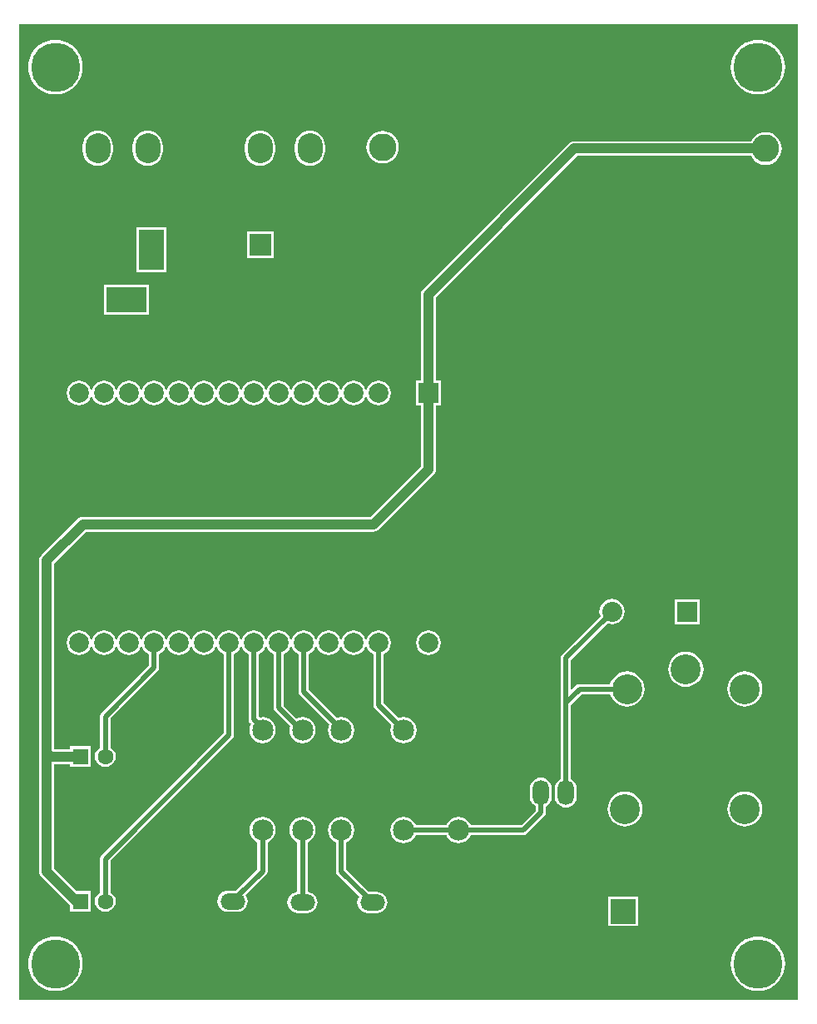
<source format=gtl>
G04*
G04 #@! TF.GenerationSoftware,Altium Limited,Altium Designer,19.1.5 (86)*
G04*
G04 Layer_Physical_Order=1*
G04 Layer_Color=255*
%FSTAX24Y24*%
%MOIN*%
G70*
G01*
G75*
%ADD17C,0.0197*%
%ADD38C,0.0394*%
%ADD39C,0.0630*%
%ADD40R,0.0630X0.0630*%
%ADD41C,0.1200*%
%ADD42R,0.0787X0.0787*%
%ADD43C,0.0787*%
%ADD44C,0.1969*%
%ADD45C,0.0850*%
%ADD46C,0.0866*%
%ADD47R,0.0866X0.0866*%
%ADD48O,0.1000X0.1200*%
%ADD49R,0.1600X0.1000*%
%ADD50R,0.1000X0.1600*%
%ADD51C,0.1100*%
%ADD52R,0.0984X0.0984*%
%ADD53R,0.0800X0.0800*%
%ADD54C,0.0800*%
%ADD55O,0.0660X0.1000*%
%ADD56R,0.1000X0.0650*%
%ADD57O,0.1000X0.0650*%
G36*
X041334Y010462D02*
X010162D01*
Y049508D01*
X041334D01*
X041334Y010462D01*
D02*
G37*
%LPC*%
G36*
X03975Y048888D02*
X03958Y048874D01*
X039414Y048834D01*
X039256Y048769D01*
X039111Y04868D01*
X038981Y048569D01*
X03887Y048439D01*
X038781Y048294D01*
X038716Y048136D01*
X038676Y04797D01*
X038662Y0478D01*
X038676Y04763D01*
X038716Y047464D01*
X038781Y047306D01*
X03887Y047161D01*
X038981Y047031D01*
X039111Y04692D01*
X039256Y046831D01*
X039414Y046766D01*
X03958Y046726D01*
X03975Y046712D01*
X03992Y046726D01*
X040086Y046766D01*
X040244Y046831D01*
X040389Y04692D01*
X040519Y047031D01*
X04063Y047161D01*
X040719Y047306D01*
X040784Y047464D01*
X040824Y04763D01*
X040838Y0478D01*
X040824Y04797D01*
X040784Y048136D01*
X040719Y048294D01*
X04063Y048439D01*
X040519Y048569D01*
X040389Y04868D01*
X040244Y048769D01*
X040086Y048834D01*
X03992Y048874D01*
X03975Y048888D01*
D02*
G37*
G36*
X0116D02*
X01143Y048874D01*
X011264Y048834D01*
X011106Y048769D01*
X010961Y04868D01*
X010831Y048569D01*
X01072Y048439D01*
X010631Y048294D01*
X010566Y048136D01*
X010526Y04797D01*
X010512Y0478D01*
X010526Y04763D01*
X010566Y047464D01*
X010631Y047306D01*
X01072Y047161D01*
X010831Y047031D01*
X010961Y04692D01*
X011106Y046831D01*
X011264Y046766D01*
X01143Y046726D01*
X0116Y046712D01*
X01177Y046726D01*
X011936Y046766D01*
X012094Y046831D01*
X012239Y04692D01*
X012369Y047031D01*
X01248Y047161D01*
X012569Y047306D01*
X012634Y047464D01*
X012674Y04763D01*
X012688Y0478D01*
X012674Y04797D01*
X012634Y048136D01*
X012569Y048294D01*
X01248Y048439D01*
X012369Y048569D01*
X012239Y04868D01*
X012094Y048769D01*
X011936Y048834D01*
X01177Y048874D01*
X0116Y048888D01*
D02*
G37*
G36*
X02471Y045248D02*
X024582Y045235D01*
X02446Y045198D01*
X024347Y045138D01*
X024248Y045057D01*
X024167Y044958D01*
X024106Y044845D01*
X024069Y044722D01*
X024057Y044595D01*
X024069Y044467D01*
X024106Y044345D01*
X024167Y044232D01*
X024248Y044133D01*
X024347Y044052D01*
X02446Y043991D01*
X024582Y043954D01*
X02471Y043942D01*
X024837Y043954D01*
X02496Y043991D01*
X025073Y044052D01*
X025172Y044133D01*
X025253Y044232D01*
X025313Y044345D01*
X02535Y044467D01*
X025363Y044595D01*
X02535Y044722D01*
X025313Y044845D01*
X025253Y044958D01*
X025172Y045057D01*
X025073Y045138D01*
X02496Y045198D01*
X024837Y045235D01*
X02471Y045248D01*
D02*
G37*
G36*
X040054Y045189D02*
X039927Y045176D01*
X039804Y045139D01*
X039691Y045079D01*
X039592Y044998D01*
X039511Y044899D01*
X039477Y044835D01*
X032386D01*
X032308Y044825D01*
X032236Y044795D01*
X032174Y044748D01*
X026338Y038912D01*
X026291Y03885D01*
X026261Y038777D01*
X026251Y0387D01*
Y035244D01*
X026056D01*
Y034256D01*
X026251D01*
Y031824D01*
X024226Y029799D01*
X0127D01*
X012623Y029789D01*
X01255Y029759D01*
X012488Y029712D01*
X011038Y028262D01*
X010991Y0282D01*
X010961Y028127D01*
X010951Y02805D01*
Y02035D01*
Y0156D01*
X010961Y015523D01*
X010991Y01545D01*
X011038Y015388D01*
X012185Y014242D01*
Y013985D01*
X013015D01*
Y014815D01*
X012458D01*
X011549Y015724D01*
Y019901D01*
X012185D01*
Y019785D01*
X013015D01*
Y020615D01*
X012185D01*
Y020499D01*
X011549D01*
Y027926D01*
X012824Y029201D01*
X02435D01*
X024427Y029211D01*
X0245Y029241D01*
X024562Y029288D01*
X026762Y031488D01*
X026809Y03155D01*
X026839Y031623D01*
X026849Y0317D01*
Y034256D01*
X027044D01*
Y035244D01*
X026849D01*
Y038576D01*
X03251Y044236D01*
X039477D01*
X039511Y044173D01*
X039592Y044074D01*
X039691Y043993D01*
X039804Y043932D01*
X039927Y043895D01*
X040054Y043883D01*
X040182Y043895D01*
X040304Y043932D01*
X040417Y043993D01*
X040516Y044074D01*
X040597Y044173D01*
X040658Y044286D01*
X040695Y044408D01*
X040707Y044536D01*
X040695Y044663D01*
X040658Y044786D01*
X040597Y044899D01*
X040516Y044998D01*
X040417Y045079D01*
X040304Y045139D01*
X040182Y045176D01*
X040054Y045189D01*
D02*
G37*
G36*
X0218Y045253D02*
X021682Y045241D01*
X021569Y045207D01*
X021465Y045151D01*
X021374Y045076D01*
X021299Y044985D01*
X021243Y044881D01*
X021209Y044768D01*
X021197Y04465D01*
Y04445D01*
X021209Y044332D01*
X021243Y044219D01*
X021299Y044115D01*
X021374Y044024D01*
X021465Y043949D01*
X021569Y043893D01*
X021682Y043859D01*
X0218Y043847D01*
X021918Y043859D01*
X022031Y043893D01*
X022135Y043949D01*
X022226Y044024D01*
X022301Y044115D01*
X022357Y044219D01*
X022391Y044332D01*
X022403Y04445D01*
Y04465D01*
X022391Y044768D01*
X022357Y044881D01*
X022301Y044985D01*
X022226Y045076D01*
X022135Y045151D01*
X022031Y045207D01*
X021918Y045241D01*
X0218Y045253D01*
D02*
G37*
G36*
X0198D02*
X019682Y045241D01*
X019569Y045207D01*
X019465Y045151D01*
X019374Y045076D01*
X019299Y044985D01*
X019243Y044881D01*
X019209Y044768D01*
X019197Y04465D01*
Y04445D01*
X019209Y044332D01*
X019243Y044219D01*
X019299Y044115D01*
X019374Y044024D01*
X019465Y043949D01*
X019569Y043893D01*
X019682Y043859D01*
X0198Y043847D01*
X019918Y043859D01*
X020031Y043893D01*
X020135Y043949D01*
X020226Y044024D01*
X020301Y044115D01*
X020357Y044219D01*
X020391Y044332D01*
X020403Y04445D01*
Y04465D01*
X020391Y044768D01*
X020357Y044881D01*
X020301Y044985D01*
X020226Y045076D01*
X020135Y045151D01*
X020031Y045207D01*
X019918Y045241D01*
X0198Y045253D01*
D02*
G37*
G36*
X0153D02*
X015182Y045241D01*
X015069Y045207D01*
X014965Y045151D01*
X014874Y045076D01*
X014799Y044985D01*
X014743Y044881D01*
X014709Y044768D01*
X014697Y04465D01*
Y04445D01*
X014709Y044332D01*
X014743Y044219D01*
X014799Y044115D01*
X014874Y044024D01*
X014965Y043949D01*
X015069Y043893D01*
X015182Y043859D01*
X0153Y043847D01*
X015418Y043859D01*
X015531Y043893D01*
X015635Y043949D01*
X015726Y044024D01*
X015801Y044115D01*
X015857Y044219D01*
X015891Y044332D01*
X015903Y04445D01*
Y04465D01*
X015891Y044768D01*
X015857Y044881D01*
X015801Y044985D01*
X015726Y045076D01*
X015635Y045151D01*
X015531Y045207D01*
X015418Y045241D01*
X0153Y045253D01*
D02*
G37*
G36*
X0133D02*
X013182Y045241D01*
X013069Y045207D01*
X012965Y045151D01*
X012874Y045076D01*
X012799Y044985D01*
X012743Y044881D01*
X012709Y044768D01*
X012697Y04465D01*
Y04445D01*
X012709Y044332D01*
X012743Y044219D01*
X012799Y044115D01*
X012874Y044024D01*
X012965Y043949D01*
X013069Y043893D01*
X013182Y043859D01*
X0133Y043847D01*
X013418Y043859D01*
X013531Y043893D01*
X013635Y043949D01*
X013726Y044024D01*
X013801Y044115D01*
X013857Y044219D01*
X013891Y044332D01*
X013903Y04445D01*
Y04465D01*
X013891Y044768D01*
X013857Y044881D01*
X013801Y044985D01*
X013726Y045076D01*
X013635Y045151D01*
X013531Y045207D01*
X013418Y045241D01*
X0133Y045253D01*
D02*
G37*
G36*
X020333Y041233D02*
X019267D01*
Y040167D01*
X020333D01*
Y041233D01*
D02*
G37*
G36*
X01605Y0414D02*
X01485D01*
Y0396D01*
X01605D01*
Y0414D01*
D02*
G37*
G36*
X01535Y0391D02*
X01355D01*
Y0379D01*
X01535D01*
Y0391D01*
D02*
G37*
G36*
X02455Y035248D02*
X024421Y035231D01*
X024301Y035181D01*
X024198Y035102D01*
X024119Y034999D01*
X024077Y034898D01*
X024023D01*
X023981Y034999D01*
X023902Y035102D01*
X023799Y035181D01*
X023679Y035231D01*
X02355Y035248D01*
X023421Y035231D01*
X023301Y035181D01*
X023198Y035102D01*
X023119Y034999D01*
X023077Y034898D01*
X023023D01*
X022981Y034999D01*
X022902Y035102D01*
X022799Y035181D01*
X022679Y035231D01*
X02255Y035248D01*
X022421Y035231D01*
X022301Y035181D01*
X022198Y035102D01*
X022119Y034999D01*
X022077Y034898D01*
X022023D01*
X021981Y034999D01*
X021902Y035102D01*
X021799Y035181D01*
X021679Y035231D01*
X02155Y035248D01*
X021421Y035231D01*
X021301Y035181D01*
X021198Y035102D01*
X021119Y034999D01*
X021077Y034898D01*
X021023D01*
X020981Y034999D01*
X020902Y035102D01*
X020799Y035181D01*
X020679Y035231D01*
X02055Y035248D01*
X020421Y035231D01*
X020301Y035181D01*
X020198Y035102D01*
X020119Y034999D01*
X020077Y034898D01*
X020023D01*
X019981Y034999D01*
X019902Y035102D01*
X019799Y035181D01*
X019679Y035231D01*
X01955Y035248D01*
X019421Y035231D01*
X019301Y035181D01*
X019198Y035102D01*
X019119Y034999D01*
X019077Y034898D01*
X019023D01*
X018981Y034999D01*
X018902Y035102D01*
X018799Y035181D01*
X018679Y035231D01*
X01855Y035248D01*
X018421Y035231D01*
X018301Y035181D01*
X018198Y035102D01*
X018119Y034999D01*
X018077Y034898D01*
X018023D01*
X017981Y034999D01*
X017902Y035102D01*
X017799Y035181D01*
X017679Y035231D01*
X01755Y035248D01*
X017421Y035231D01*
X017301Y035181D01*
X017198Y035102D01*
X017119Y034999D01*
X017077Y034898D01*
X017023D01*
X016981Y034999D01*
X016902Y035102D01*
X016799Y035181D01*
X016679Y035231D01*
X01655Y035248D01*
X016421Y035231D01*
X016301Y035181D01*
X016198Y035102D01*
X016119Y034999D01*
X016077Y034898D01*
X016023D01*
X015981Y034999D01*
X015902Y035102D01*
X015799Y035181D01*
X015679Y035231D01*
X01555Y035248D01*
X015421Y035231D01*
X015301Y035181D01*
X015198Y035102D01*
X015119Y034999D01*
X015077Y034898D01*
X015023D01*
X014981Y034999D01*
X014902Y035102D01*
X014799Y035181D01*
X014679Y035231D01*
X01455Y035248D01*
X014421Y035231D01*
X014301Y035181D01*
X014198Y035102D01*
X014119Y034999D01*
X014077Y034898D01*
X014023D01*
X013981Y034999D01*
X013902Y035102D01*
X013799Y035181D01*
X013679Y035231D01*
X01355Y035248D01*
X013421Y035231D01*
X013301Y035181D01*
X013198Y035102D01*
X013119Y034999D01*
X013077Y034898D01*
X013023D01*
X012981Y034999D01*
X012902Y035102D01*
X012799Y035181D01*
X012679Y035231D01*
X01255Y035248D01*
X012421Y035231D01*
X012301Y035181D01*
X012198Y035102D01*
X012119Y034999D01*
X012069Y034879D01*
X012052Y03475D01*
X012069Y034621D01*
X012119Y034501D01*
X012198Y034398D01*
X012301Y034319D01*
X012421Y034269D01*
X01255Y034252D01*
X012679Y034269D01*
X012799Y034319D01*
X012902Y034398D01*
X012981Y034501D01*
X013023Y034602D01*
X013077D01*
X013119Y034501D01*
X013198Y034398D01*
X013301Y034319D01*
X013421Y034269D01*
X01355Y034252D01*
X013679Y034269D01*
X013799Y034319D01*
X013902Y034398D01*
X013981Y034501D01*
X014023Y034602D01*
X014077D01*
X014119Y034501D01*
X014198Y034398D01*
X014301Y034319D01*
X014421Y034269D01*
X01455Y034252D01*
X014679Y034269D01*
X014799Y034319D01*
X014902Y034398D01*
X014981Y034501D01*
X015023Y034602D01*
X015077D01*
X015119Y034501D01*
X015198Y034398D01*
X015301Y034319D01*
X015421Y034269D01*
X01555Y034252D01*
X015679Y034269D01*
X015799Y034319D01*
X015902Y034398D01*
X015981Y034501D01*
X016023Y034602D01*
X016077D01*
X016119Y034501D01*
X016198Y034398D01*
X016301Y034319D01*
X016421Y034269D01*
X01655Y034252D01*
X016679Y034269D01*
X016799Y034319D01*
X016902Y034398D01*
X016981Y034501D01*
X017023Y034602D01*
X017077D01*
X017119Y034501D01*
X017198Y034398D01*
X017301Y034319D01*
X017421Y034269D01*
X01755Y034252D01*
X017679Y034269D01*
X017799Y034319D01*
X017902Y034398D01*
X017981Y034501D01*
X018023Y034602D01*
X018077D01*
X018119Y034501D01*
X018198Y034398D01*
X018301Y034319D01*
X018421Y034269D01*
X01855Y034252D01*
X018679Y034269D01*
X018799Y034319D01*
X018902Y034398D01*
X018981Y034501D01*
X019023Y034602D01*
X019077D01*
X019119Y034501D01*
X019198Y034398D01*
X019301Y034319D01*
X019421Y034269D01*
X01955Y034252D01*
X019679Y034269D01*
X019799Y034319D01*
X019902Y034398D01*
X019981Y034501D01*
X020023Y034602D01*
X020077D01*
X020119Y034501D01*
X020198Y034398D01*
X020301Y034319D01*
X020421Y034269D01*
X02055Y034252D01*
X020679Y034269D01*
X020799Y034319D01*
X020902Y034398D01*
X020981Y034501D01*
X021023Y034602D01*
X021077D01*
X021119Y034501D01*
X021198Y034398D01*
X021301Y034319D01*
X021421Y034269D01*
X02155Y034252D01*
X021679Y034269D01*
X021799Y034319D01*
X021902Y034398D01*
X021981Y034501D01*
X022023Y034602D01*
X022077D01*
X022119Y034501D01*
X022198Y034398D01*
X022301Y034319D01*
X022421Y034269D01*
X02255Y034252D01*
X022679Y034269D01*
X022799Y034319D01*
X022902Y034398D01*
X022981Y034501D01*
X023023Y034602D01*
X023077D01*
X023119Y034501D01*
X023198Y034398D01*
X023301Y034319D01*
X023421Y034269D01*
X02355Y034252D01*
X023679Y034269D01*
X023799Y034319D01*
X023902Y034398D01*
X023981Y034501D01*
X024023Y034602D01*
X024077D01*
X024119Y034501D01*
X024198Y034398D01*
X024301Y034319D01*
X024421Y034269D01*
X02455Y034252D01*
X024679Y034269D01*
X024799Y034319D01*
X024902Y034398D01*
X024981Y034501D01*
X025031Y034621D01*
X025048Y03475D01*
X025031Y034879D01*
X024981Y034999D01*
X024902Y035102D01*
X024799Y035181D01*
X024679Y035231D01*
X02455Y035248D01*
D02*
G37*
G36*
X0374Y0265D02*
X0364D01*
Y0255D01*
X0374D01*
Y0265D01*
D02*
G37*
G36*
X0339Y026504D02*
X033769Y026487D01*
X033648Y026437D01*
X033543Y026357D01*
X033463Y026252D01*
X033413Y026131D01*
X033396Y026D01*
X033413Y025869D01*
X033434Y02582D01*
X031907Y024293D01*
X031863Y024227D01*
X031848Y02415D01*
Y02235D01*
Y019302D01*
X031833Y019296D01*
X031743Y019227D01*
X031674Y019137D01*
X031631Y019032D01*
X031616Y01892D01*
Y01858D01*
X031631Y018468D01*
X031674Y018363D01*
X031743Y018273D01*
X031833Y018204D01*
X031938Y018161D01*
X03205Y018146D01*
X032162Y018161D01*
X032267Y018204D01*
X032357Y018273D01*
X032426Y018363D01*
X032469Y018468D01*
X032484Y01858D01*
Y01892D01*
X032469Y019032D01*
X032426Y019137D01*
X032357Y019227D01*
X032267Y019296D01*
X032252Y019302D01*
Y022266D01*
X032684Y022698D01*
X03383D01*
X03385Y022631D01*
X033915Y022509D01*
X034003Y022403D01*
X034109Y022315D01*
X034231Y02225D01*
X034363Y02221D01*
X0345Y022197D01*
X034637Y02221D01*
X034769Y02225D01*
X034891Y022315D01*
X034997Y022403D01*
X035085Y022509D01*
X03515Y022631D01*
X03519Y022763D01*
X035203Y0229D01*
X03519Y023037D01*
X03515Y023169D01*
X035085Y023291D01*
X034997Y023397D01*
X034891Y023485D01*
X034769Y02355D01*
X034637Y02359D01*
X0345Y023603D01*
X034363Y02359D01*
X034231Y02355D01*
X034109Y023485D01*
X034003Y023397D01*
X033915Y023291D01*
X03385Y023169D01*
X03383Y023102D01*
X0326D01*
X032523Y023087D01*
X032457Y023043D01*
X032299Y022885D01*
X032252Y022904D01*
Y024066D01*
X03372Y025534D01*
X033769Y025513D01*
X0339Y025496D01*
X034031Y025513D01*
X034152Y025563D01*
X034257Y025643D01*
X034337Y025748D01*
X034387Y025869D01*
X034404Y026D01*
X034387Y026131D01*
X034337Y026252D01*
X034257Y026357D01*
X034152Y026437D01*
X034031Y026487D01*
X0339Y026504D01*
D02*
G37*
G36*
X02455Y025248D02*
X024421Y025231D01*
X024301Y025181D01*
X024198Y025102D01*
X024119Y024999D01*
X024077Y024898D01*
X024023D01*
X023981Y024999D01*
X023902Y025102D01*
X023799Y025181D01*
X023679Y025231D01*
X02355Y025248D01*
X023421Y025231D01*
X023301Y025181D01*
X023198Y025102D01*
X023119Y024999D01*
X023077Y024898D01*
X023023D01*
X022981Y024999D01*
X022902Y025102D01*
X022799Y025181D01*
X022679Y025231D01*
X02255Y025248D01*
X022421Y025231D01*
X022301Y025181D01*
X022198Y025102D01*
X022119Y024999D01*
X022077Y024898D01*
X022023D01*
X021981Y024999D01*
X021902Y025102D01*
X021799Y025181D01*
X021679Y025231D01*
X02155Y025248D01*
X021421Y025231D01*
X021301Y025181D01*
X021198Y025102D01*
X021119Y024999D01*
X021077Y024898D01*
X021023D01*
X020981Y024999D01*
X020902Y025102D01*
X020799Y025181D01*
X020679Y025231D01*
X02055Y025248D01*
X020421Y025231D01*
X020301Y025181D01*
X020198Y025102D01*
X020119Y024999D01*
X020077Y024898D01*
X020023D01*
X019981Y024999D01*
X019902Y025102D01*
X019799Y025181D01*
X019679Y025231D01*
X01955Y025248D01*
X019421Y025231D01*
X019301Y025181D01*
X019198Y025102D01*
X019119Y024999D01*
X019077Y024898D01*
X019023D01*
X018981Y024999D01*
X018902Y025102D01*
X018799Y025181D01*
X018679Y025231D01*
X01855Y025248D01*
X018421Y025231D01*
X018301Y025181D01*
X018198Y025102D01*
X018119Y024999D01*
X018077Y024898D01*
X018023D01*
X017981Y024999D01*
X017902Y025102D01*
X017799Y025181D01*
X017679Y025231D01*
X01755Y025248D01*
X017421Y025231D01*
X017301Y025181D01*
X017198Y025102D01*
X017119Y024999D01*
X017077Y024898D01*
X017023D01*
X016981Y024999D01*
X016902Y025102D01*
X016799Y025181D01*
X016679Y025231D01*
X01655Y025248D01*
X016421Y025231D01*
X016301Y025181D01*
X016198Y025102D01*
X016119Y024999D01*
X016077Y024898D01*
X016023D01*
X015981Y024999D01*
X015902Y025102D01*
X015799Y025181D01*
X015679Y025231D01*
X01555Y025248D01*
X015421Y025231D01*
X015301Y025181D01*
X015198Y025102D01*
X015119Y024999D01*
X015077Y024898D01*
X015023D01*
X014981Y024999D01*
X014902Y025102D01*
X014799Y025181D01*
X014679Y025231D01*
X01455Y025248D01*
X014421Y025231D01*
X014301Y025181D01*
X014198Y025102D01*
X014119Y024999D01*
X014077Y024898D01*
X014023D01*
X013981Y024999D01*
X013902Y025102D01*
X013799Y025181D01*
X013679Y025231D01*
X01355Y025248D01*
X013421Y025231D01*
X013301Y025181D01*
X013198Y025102D01*
X013119Y024999D01*
X013077Y024898D01*
X013023D01*
X012981Y024999D01*
X012902Y025102D01*
X012799Y025181D01*
X012679Y025231D01*
X01255Y025248D01*
X012421Y025231D01*
X012301Y025181D01*
X012198Y025102D01*
X012119Y024999D01*
X012069Y024879D01*
X012052Y02475D01*
X012069Y024621D01*
X012119Y024501D01*
X012198Y024398D01*
X012301Y024319D01*
X012421Y024269D01*
X01255Y024252D01*
X012679Y024269D01*
X012799Y024319D01*
X012902Y024398D01*
X012981Y024501D01*
X013023Y024602D01*
X013077D01*
X013119Y024501D01*
X013198Y024398D01*
X013301Y024319D01*
X013421Y024269D01*
X01355Y024252D01*
X013679Y024269D01*
X013799Y024319D01*
X013902Y024398D01*
X013981Y024501D01*
X014023Y024602D01*
X014077D01*
X014119Y024501D01*
X014198Y024398D01*
X014301Y024319D01*
X014421Y024269D01*
X01455Y024252D01*
X014679Y024269D01*
X014799Y024319D01*
X014902Y024398D01*
X014981Y024501D01*
X015023Y024602D01*
X015077D01*
X015119Y024501D01*
X015198Y024398D01*
X015301Y024319D01*
X015348Y024299D01*
Y023834D01*
X013457Y021943D01*
X013413Y021877D01*
X013398Y0218D01*
Y020565D01*
X013391Y020562D01*
X013304Y020496D01*
X013238Y020409D01*
X013196Y020308D01*
X013181Y0202D01*
X013196Y020092D01*
X013238Y019991D01*
X013304Y019904D01*
X013391Y019838D01*
X013492Y019796D01*
X0136Y019781D01*
X013708Y019796D01*
X013809Y019838D01*
X013896Y019904D01*
X013962Y019991D01*
X014004Y020092D01*
X014019Y0202D01*
X014004Y020308D01*
X013962Y020409D01*
X013896Y020496D01*
X013809Y020562D01*
X013802Y020565D01*
Y021716D01*
X015693Y023607D01*
X015737Y023673D01*
X015752Y02375D01*
Y024299D01*
X015799Y024319D01*
X015902Y024398D01*
X015981Y024501D01*
X016023Y024602D01*
X016077D01*
X016119Y024501D01*
X016198Y024398D01*
X016301Y024319D01*
X016421Y024269D01*
X01655Y024252D01*
X016679Y024269D01*
X016799Y024319D01*
X016902Y024398D01*
X016981Y024501D01*
X017023Y024602D01*
X017077D01*
X017119Y024501D01*
X017198Y024398D01*
X017301Y024319D01*
X017421Y024269D01*
X01755Y024252D01*
X017679Y024269D01*
X017799Y024319D01*
X017902Y024398D01*
X017981Y024501D01*
X018023Y024602D01*
X018077D01*
X018119Y024501D01*
X018198Y024398D01*
X018301Y024319D01*
X018348Y024299D01*
Y021134D01*
X013457Y016243D01*
X013413Y016177D01*
X013398Y0161D01*
Y014765D01*
X013391Y014762D01*
X013304Y014696D01*
X013238Y014609D01*
X013196Y014508D01*
X013181Y0144D01*
X013196Y014292D01*
X013238Y014191D01*
X013304Y014104D01*
X013391Y014038D01*
X013492Y013996D01*
X0136Y013981D01*
X013708Y013996D01*
X013809Y014038D01*
X013896Y014104D01*
X013962Y014191D01*
X014004Y014292D01*
X014019Y0144D01*
X014004Y014508D01*
X013962Y014609D01*
X013896Y014696D01*
X013809Y014762D01*
X013802Y014765D01*
Y016016D01*
X018693Y020907D01*
X018737Y020973D01*
X018752Y02105D01*
Y024299D01*
X018799Y024319D01*
X018902Y024398D01*
X018981Y024501D01*
X019023Y024602D01*
X019077D01*
X019119Y024501D01*
X019198Y024398D01*
X019301Y024319D01*
X019348Y024299D01*
Y021677D01*
X019363Y021599D01*
X019407Y021534D01*
X019437Y021504D01*
X019389Y021387D01*
X01937Y02125D01*
X019389Y021113D01*
X019441Y020985D01*
X019526Y020876D01*
X019635Y020791D01*
X019763Y020739D01*
X0199Y02072D01*
X020037Y020739D01*
X020165Y020791D01*
X020274Y020876D01*
X020359Y020985D01*
X020411Y021113D01*
X02043Y02125D01*
X020411Y021387D01*
X020359Y021515D01*
X020274Y021624D01*
X020165Y021709D01*
X020037Y021761D01*
X0199Y02178D01*
X019802Y021767D01*
X019752Y021809D01*
Y024299D01*
X019799Y024319D01*
X019902Y024398D01*
X019981Y024501D01*
X020023Y024602D01*
X020077D01*
X020119Y024501D01*
X020198Y024398D01*
X020301Y024319D01*
X020348Y024299D01*
Y02215D01*
X020363Y022073D01*
X020407Y022007D01*
X021Y021414D01*
X020989Y021387D01*
X02097Y02125D01*
X020989Y021113D01*
X021041Y020985D01*
X021126Y020876D01*
X021235Y020791D01*
X021363Y020739D01*
X0215Y02072D01*
X021637Y020739D01*
X021765Y020791D01*
X021874Y020876D01*
X021959Y020985D01*
X022011Y021113D01*
X02203Y02125D01*
X022011Y021387D01*
X021959Y021515D01*
X021874Y021624D01*
X021765Y021709D01*
X021637Y021761D01*
X0215Y02178D01*
X021363Y021761D01*
X021265Y021721D01*
X020752Y022234D01*
Y024299D01*
X020799Y024319D01*
X020902Y024398D01*
X020981Y024501D01*
X021023Y024602D01*
X021077D01*
X021119Y024501D01*
X021198Y024398D01*
X021301Y024319D01*
X021348Y024299D01*
Y0228D01*
X021363Y022723D01*
X021407Y022657D01*
X022579Y021485D01*
X022539Y021387D01*
X02252Y02125D01*
X022539Y021113D01*
X022591Y020985D01*
X022676Y020876D01*
X022785Y020791D01*
X022913Y020739D01*
X02305Y02072D01*
X023187Y020739D01*
X023315Y020791D01*
X023424Y020876D01*
X023509Y020985D01*
X023561Y021113D01*
X02358Y02125D01*
X023561Y021387D01*
X023509Y021515D01*
X023424Y021624D01*
X023315Y021709D01*
X023187Y021761D01*
X02305Y02178D01*
X022913Y021761D01*
X022886Y02175D01*
X021752Y022884D01*
Y024299D01*
X021799Y024319D01*
X021902Y024398D01*
X021981Y024501D01*
X022023Y024602D01*
X022077D01*
X022119Y024501D01*
X022198Y024398D01*
X022301Y024319D01*
X022421Y024269D01*
X02255Y024252D01*
X022679Y024269D01*
X022799Y024319D01*
X022902Y024398D01*
X022981Y024501D01*
X023023Y024602D01*
X023077D01*
X023119Y024501D01*
X023198Y024398D01*
X023301Y024319D01*
X023421Y024269D01*
X02355Y024252D01*
X023679Y024269D01*
X023799Y024319D01*
X023902Y024398D01*
X023981Y024501D01*
X024023Y024602D01*
X024077D01*
X024119Y024501D01*
X024198Y024398D01*
X024301Y024319D01*
X024348Y024299D01*
Y02225D01*
X024363Y022173D01*
X024407Y022107D01*
X025065Y02145D01*
X025039Y021387D01*
X025021Y02125D01*
X025039Y021113D01*
X025092Y020985D01*
X025176Y020876D01*
X025285Y020791D01*
X025413Y020739D01*
X02555Y02072D01*
X025687Y020739D01*
X025815Y020791D01*
X025925Y020876D01*
X026009Y020985D01*
X026062Y021113D01*
X02608Y02125D01*
X026062Y021387D01*
X026009Y021515D01*
X025925Y021624D01*
X025815Y021709D01*
X025687Y021761D01*
X02555Y02178D01*
X025413Y021761D01*
X025351Y021736D01*
X024752Y022334D01*
Y024299D01*
X024799Y024319D01*
X024902Y024398D01*
X024981Y024501D01*
X025031Y024621D01*
X025048Y02475D01*
X025031Y024879D01*
X024981Y024999D01*
X024902Y025102D01*
X024799Y025181D01*
X024679Y025231D01*
X02455Y025248D01*
D02*
G37*
G36*
X02655D02*
X026421Y025231D01*
X026301Y025181D01*
X026198Y025102D01*
X026119Y024999D01*
X026069Y024879D01*
X026052Y02475D01*
X026069Y024621D01*
X026119Y024501D01*
X026198Y024398D01*
X026301Y024319D01*
X026421Y024269D01*
X02655Y024252D01*
X026679Y024269D01*
X026799Y024319D01*
X026902Y024398D01*
X026981Y024501D01*
X027031Y024621D01*
X027048Y02475D01*
X027031Y024879D01*
X026981Y024999D01*
X026902Y025102D01*
X026799Y025181D01*
X026679Y025231D01*
X02655Y025248D01*
D02*
G37*
G36*
X036862Y024391D02*
X036725Y024377D01*
X036593Y024337D01*
X036471Y024272D01*
X036365Y024185D01*
X036277Y024078D01*
X036212Y023957D01*
X036172Y023825D01*
X036159Y023687D01*
X036172Y02355D01*
X036212Y023418D01*
X036277Y023297D01*
X036365Y02319D01*
X036471Y023103D01*
X036593Y023038D01*
X036725Y022998D01*
X036862Y022984D01*
X036999Y022998D01*
X037131Y023038D01*
X037253Y023103D01*
X03736Y02319D01*
X037447Y023297D01*
X037512Y023418D01*
X037552Y02355D01*
X037566Y023687D01*
X037552Y023825D01*
X037512Y023957D01*
X037447Y024078D01*
X03736Y024185D01*
X037253Y024272D01*
X037131Y024337D01*
X036999Y024377D01*
X036862Y024391D01*
D02*
G37*
G36*
X039224Y023603D02*
X039087Y02359D01*
X038955Y02355D01*
X038834Y023485D01*
X038727Y023397D01*
X03864Y023291D01*
X038575Y023169D01*
X038535Y023037D01*
X038521Y0229D01*
X038535Y022763D01*
X038575Y022631D01*
X03864Y022509D01*
X038727Y022403D01*
X038834Y022315D01*
X038955Y02225D01*
X039087Y02221D01*
X039224Y022197D01*
X039362Y02221D01*
X039494Y02225D01*
X039615Y022315D01*
X039722Y022403D01*
X039809Y022509D01*
X039874Y022631D01*
X039914Y022763D01*
X039928Y0229D01*
X039914Y023037D01*
X039874Y023169D01*
X039809Y023291D01*
X039722Y023397D01*
X039615Y023485D01*
X039494Y02355D01*
X039362Y02359D01*
X039224Y023603D01*
D02*
G37*
G36*
X03105Y019354D02*
X030938Y019339D01*
X030833Y019296D01*
X030743Y019227D01*
X030674Y019137D01*
X030631Y019032D01*
X030616Y01892D01*
Y01858D01*
X030631Y018468D01*
X030674Y018363D01*
X030743Y018273D01*
X030833Y018204D01*
X030848Y018198D01*
Y018034D01*
X030266Y017452D01*
X028234D01*
X028209Y017515D01*
X028124Y017624D01*
X028015Y017709D01*
X027887Y017761D01*
X02775Y01778D01*
X027613Y017761D01*
X027485Y017709D01*
X027376Y017624D01*
X027291Y017515D01*
X027266Y017452D01*
X026035D01*
X026009Y017515D01*
X025925Y017624D01*
X025815Y017709D01*
X025687Y017761D01*
X02555Y01778D01*
X025413Y017761D01*
X025285Y017709D01*
X025176Y017624D01*
X025092Y017515D01*
X025039Y017387D01*
X025021Y01725D01*
X025039Y017113D01*
X025092Y016985D01*
X025176Y016876D01*
X025285Y016791D01*
X025413Y016739D01*
X02555Y01672D01*
X025687Y016739D01*
X025815Y016791D01*
X025925Y016876D01*
X026009Y016985D01*
X026035Y017048D01*
X027266D01*
X027291Y016985D01*
X027376Y016876D01*
X027485Y016791D01*
X027613Y016739D01*
X02775Y01672D01*
X027887Y016739D01*
X028015Y016791D01*
X028124Y016876D01*
X028209Y016985D01*
X028234Y017048D01*
X03035D01*
X030427Y017063D01*
X030493Y017107D01*
X031193Y017807D01*
X031237Y017873D01*
X031252Y01795D01*
Y018198D01*
X031267Y018204D01*
X031357Y018273D01*
X031426Y018363D01*
X031469Y018468D01*
X031484Y01858D01*
Y01892D01*
X031469Y019032D01*
X031426Y019137D01*
X031357Y019227D01*
X031267Y019296D01*
X031162Y019339D01*
X03105Y019354D01*
D02*
G37*
G36*
X039224Y0188D02*
X039087Y018787D01*
X038955Y018747D01*
X038834Y018682D01*
X038727Y018594D01*
X03864Y018488D01*
X038575Y018366D01*
X038535Y018234D01*
X038521Y018097D01*
X038535Y01796D01*
X038575Y017828D01*
X03864Y017706D01*
X038727Y017599D01*
X038834Y017512D01*
X038955Y017447D01*
X039087Y017407D01*
X039224Y017393D01*
X039362Y017407D01*
X039494Y017447D01*
X039615Y017512D01*
X039722Y017599D01*
X039809Y017706D01*
X039874Y017828D01*
X039914Y01796D01*
X039928Y018097D01*
X039914Y018234D01*
X039874Y018366D01*
X039809Y018488D01*
X039722Y018594D01*
X039615Y018682D01*
X039494Y018747D01*
X039362Y018787D01*
X039224Y0188D01*
D02*
G37*
G36*
X034424D02*
X034287Y018787D01*
X034155Y018747D01*
X034034Y018682D01*
X033927Y018594D01*
X03384Y018488D01*
X033775Y018366D01*
X033735Y018234D01*
X033721Y018097D01*
X033735Y01796D01*
X033775Y017828D01*
X03384Y017706D01*
X033927Y017599D01*
X034034Y017512D01*
X034155Y017447D01*
X034287Y017407D01*
X034424Y017393D01*
X034562Y017407D01*
X034694Y017447D01*
X034815Y017512D01*
X034922Y017599D01*
X035009Y017706D01*
X035074Y017828D01*
X035114Y01796D01*
X035128Y018097D01*
X035114Y018234D01*
X035074Y018366D01*
X035009Y018488D01*
X034922Y018594D01*
X034815Y018682D01*
X034694Y018747D01*
X034562Y018787D01*
X034424Y0188D01*
D02*
G37*
G36*
X0199Y01778D02*
X019763Y017761D01*
X019635Y017709D01*
X019526Y017624D01*
X019441Y017515D01*
X019389Y017387D01*
X01937Y01725D01*
X019389Y017113D01*
X019441Y016985D01*
X019526Y016876D01*
X019635Y016791D01*
X019698Y016766D01*
Y015684D01*
X018843Y014829D01*
X018525D01*
X018414Y014814D01*
X018311Y014771D01*
X018222Y014703D01*
X018154Y014614D01*
X018111Y014511D01*
X018096Y0144D01*
X018111Y014289D01*
X018154Y014186D01*
X018222Y014097D01*
X018311Y014029D01*
X018414Y013986D01*
X018525Y013971D01*
X018875D01*
X018986Y013986D01*
X019089Y014029D01*
X019178Y014097D01*
X019246Y014186D01*
X019289Y014289D01*
X019304Y0144D01*
X019289Y014511D01*
X019246Y014614D01*
X019226Y01464D01*
X020043Y015457D01*
X020087Y015523D01*
X020102Y0156D01*
Y016766D01*
X020165Y016791D01*
X020274Y016876D01*
X020359Y016985D01*
X020411Y017113D01*
X02043Y01725D01*
X020411Y017387D01*
X020359Y017515D01*
X020274Y017624D01*
X020165Y017709D01*
X020037Y017761D01*
X0199Y01778D01*
D02*
G37*
G36*
X02305D02*
X022913Y017761D01*
X022785Y017709D01*
X022676Y017624D01*
X022591Y017515D01*
X022539Y017387D01*
X02252Y01725D01*
X022539Y017113D01*
X022591Y016985D01*
X022676Y016876D01*
X022785Y016791D01*
X022848Y016766D01*
Y0156D01*
X022863Y015523D01*
X022907Y015457D01*
X023774Y01459D01*
X023754Y014564D01*
X023711Y014461D01*
X023696Y01435D01*
X023711Y014239D01*
X023754Y014136D01*
X023822Y014047D01*
X023911Y013979D01*
X024014Y013936D01*
X024125Y013921D01*
X024475D01*
X024586Y013936D01*
X024689Y013979D01*
X024778Y014047D01*
X024846Y014136D01*
X024889Y014239D01*
X024904Y01435D01*
X024889Y014461D01*
X024846Y014564D01*
X024778Y014653D01*
X024689Y014721D01*
X024586Y014764D01*
X024475Y014779D01*
X024157D01*
X023252Y015684D01*
Y016766D01*
X023315Y016791D01*
X023424Y016876D01*
X023509Y016985D01*
X023561Y017113D01*
X02358Y01725D01*
X023561Y017387D01*
X023509Y017515D01*
X023424Y017624D01*
X023315Y017709D01*
X023187Y017761D01*
X02305Y01778D01*
D02*
G37*
G36*
X0215D02*
X021363Y017761D01*
X021235Y017709D01*
X021126Y017624D01*
X021041Y017515D01*
X020989Y017387D01*
X02097Y01725D01*
X020989Y017113D01*
X021041Y016985D01*
X021126Y016876D01*
X021235Y016791D01*
X021298Y016766D01*
Y014775D01*
X021214Y014764D01*
X021111Y014721D01*
X021022Y014653D01*
X020954Y014564D01*
X020911Y014461D01*
X020896Y01435D01*
X020911Y014239D01*
X020954Y014136D01*
X021022Y014047D01*
X021111Y013979D01*
X021214Y013936D01*
X021325Y013921D01*
X021675D01*
X021786Y013936D01*
X021889Y013979D01*
X021978Y014047D01*
X022046Y014136D01*
X022089Y014239D01*
X022104Y01435D01*
X022089Y014461D01*
X022046Y014564D01*
X021978Y014653D01*
X021889Y014721D01*
X021786Y014764D01*
X021702Y014775D01*
Y016766D01*
X021765Y016791D01*
X021874Y016876D01*
X021959Y016985D01*
X022011Y017113D01*
X02203Y01725D01*
X022011Y017387D01*
X021959Y017515D01*
X021874Y017624D01*
X021765Y017709D01*
X021637Y017761D01*
X0215Y01778D01*
D02*
G37*
G36*
X034942Y014592D02*
X033758D01*
Y013408D01*
X034942D01*
Y014592D01*
D02*
G37*
G36*
X03975Y012988D02*
X03958Y012974D01*
X039414Y012934D01*
X039256Y012869D01*
X039111Y01278D01*
X038981Y012669D01*
X03887Y012539D01*
X038781Y012394D01*
X038716Y012236D01*
X038676Y01207D01*
X038662Y0119D01*
X038676Y01173D01*
X038716Y011564D01*
X038781Y011406D01*
X03887Y011261D01*
X038981Y011131D01*
X039111Y01102D01*
X039256Y010931D01*
X039414Y010866D01*
X03958Y010826D01*
X03975Y010812D01*
X03992Y010826D01*
X040086Y010866D01*
X040244Y010931D01*
X040389Y01102D01*
X040519Y011131D01*
X04063Y011261D01*
X040719Y011406D01*
X040784Y011564D01*
X040824Y01173D01*
X040838Y0119D01*
X040824Y01207D01*
X040784Y012236D01*
X040719Y012394D01*
X04063Y012539D01*
X040519Y012669D01*
X040389Y01278D01*
X040244Y012869D01*
X040086Y012934D01*
X03992Y012974D01*
X03975Y012988D01*
D02*
G37*
G36*
X0116D02*
X01143Y012974D01*
X011264Y012934D01*
X011106Y012869D01*
X010961Y01278D01*
X010831Y012669D01*
X01072Y012539D01*
X010631Y012394D01*
X010566Y012236D01*
X010526Y01207D01*
X010512Y0119D01*
X010526Y01173D01*
X010566Y011564D01*
X010631Y011406D01*
X01072Y011261D01*
X010831Y011131D01*
X010961Y01102D01*
X011106Y010931D01*
X011264Y010866D01*
X01143Y010826D01*
X0116Y010812D01*
X01177Y010826D01*
X011936Y010866D01*
X012094Y010931D01*
X012239Y01102D01*
X012369Y011131D01*
X01248Y011261D01*
X012569Y011406D01*
X012634Y011564D01*
X012674Y01173D01*
X012688Y0119D01*
X012674Y01207D01*
X012634Y012236D01*
X012569Y012394D01*
X01248Y012539D01*
X012369Y012669D01*
X012239Y01278D01*
X012094Y012869D01*
X011936Y012934D01*
X01177Y012974D01*
X0116Y012988D01*
D02*
G37*
%LPD*%
D17*
X03205Y02235D02*
Y02415D01*
Y01875D02*
Y02235D01*
X0326Y0229D02*
X0345D01*
X03205Y02235D02*
X0326Y0229D01*
X03205Y02415D02*
X0339Y026D01*
X01345Y0144D02*
X0136Y01455D01*
X01855Y02105D02*
Y02475D01*
X0136Y0161D02*
X01855Y02105D01*
X0136Y0144D02*
Y01455D01*
Y0161D01*
X03105Y01795D02*
Y01875D01*
X03035Y01725D02*
X03105Y01795D01*
X02775Y01725D02*
X03035D01*
X02555D02*
X02775D01*
X02455Y02225D02*
X02555Y02125D01*
X02455Y02225D02*
Y02475D01*
X02305Y0156D02*
X024038Y014612D01*
Y014559D02*
Y014612D01*
Y014559D02*
X024248Y01435D01*
X0243D01*
X02305Y0156D02*
Y01725D01*
X0215Y01435D02*
Y01725D01*
X018962Y014662D02*
X0199Y0156D01*
X018962Y014609D02*
Y014662D01*
X018752Y0144D02*
X018962Y014609D01*
X0187Y0144D02*
X018752D01*
X0199Y0156D02*
Y01725D01*
X02155Y0228D02*
X02305Y0213D01*
Y0212D02*
Y0213D01*
X02155Y0228D02*
Y02475D01*
X02055Y02215D02*
X0215Y0212D01*
X02055Y02215D02*
Y02475D01*
X0199Y02115D02*
Y021327D01*
X01955Y021677D02*
X0199Y021327D01*
X01955Y021677D02*
Y02475D01*
X0136Y0202D02*
Y0218D01*
X01555Y02375D01*
Y02475D01*
D38*
X01125Y0156D02*
Y02035D01*
Y0156D02*
X01245Y0144D01*
X01125Y02035D02*
Y02805D01*
Y02035D02*
X0114Y0202D01*
X0126D01*
X01125Y02805D02*
X0127Y0295D01*
X02435D01*
X02655Y0317D01*
Y03475D01*
Y0387D01*
X032386Y044536D01*
X040054D01*
D39*
X0146Y0144D02*
D03*
X0136D02*
D03*
X0146Y0202D02*
D03*
X0136D02*
D03*
D40*
X0126Y0144D02*
D03*
Y0202D02*
D03*
D41*
X036862Y023687D02*
D03*
X039224Y018097D02*
D03*
X034424D02*
D03*
X039224Y0229D02*
D03*
X0345D02*
D03*
D42*
X02655Y03475D02*
D03*
D43*
X02555D02*
D03*
X02455D02*
D03*
X02355D02*
D03*
X02255D02*
D03*
X02155D02*
D03*
X02055D02*
D03*
X01955D02*
D03*
X01855D02*
D03*
X01755D02*
D03*
X01655D02*
D03*
X01555D02*
D03*
X01455D02*
D03*
X01355D02*
D03*
X01255D02*
D03*
X02655Y02475D02*
D03*
X02555D02*
D03*
X02455D02*
D03*
X02355D02*
D03*
X02255D02*
D03*
X02155D02*
D03*
X02055D02*
D03*
X01955D02*
D03*
X01855D02*
D03*
X01755D02*
D03*
X01655D02*
D03*
X01555D02*
D03*
X01455D02*
D03*
X01355D02*
D03*
X01255D02*
D03*
D44*
X03975Y0119D02*
D03*
Y0478D02*
D03*
X0116Y0119D02*
D03*
Y0478D02*
D03*
D45*
X0215Y01725D02*
D03*
Y02125D02*
D03*
X0199Y01725D02*
D03*
Y02125D02*
D03*
X02555D02*
D03*
Y01725D02*
D03*
X02775D02*
D03*
Y02125D02*
D03*
X02305Y01725D02*
D03*
Y02125D02*
D03*
D46*
X0198Y0387D02*
D03*
D47*
Y0407D02*
D03*
D48*
X0133Y04455D02*
D03*
X0218D02*
D03*
X0198D02*
D03*
X0153D02*
D03*
D49*
X01445Y0385D02*
D03*
D50*
X01295Y0405D02*
D03*
X01545D02*
D03*
D51*
X02471Y044595D02*
D03*
X040054Y044536D02*
D03*
Y037804D02*
D03*
X02473Y037794D02*
D03*
D52*
X03435Y014D02*
D03*
X03235D02*
D03*
D53*
X0369Y026D02*
D03*
D54*
X0339D02*
D03*
D55*
X03005Y01875D02*
D03*
X03105D02*
D03*
X03205D02*
D03*
D56*
X0243Y01335D02*
D03*
X0215D02*
D03*
X0187Y0134D02*
D03*
D57*
X0243Y01435D02*
D03*
X0215D02*
D03*
X0187Y0144D02*
D03*
M02*

</source>
